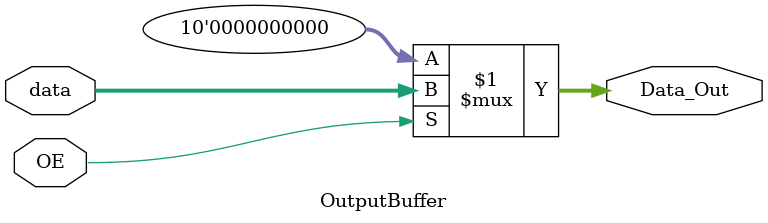
<source format=v>
`timescale 1ns / 1ps


module OutputBuffer (
    input             OE,         
    input       [9:0] data, 
    output wire [9:0] Data_Out 
);

    assign Data_Out = (OE) ? data : 10'b0000000000;

endmodule

</source>
